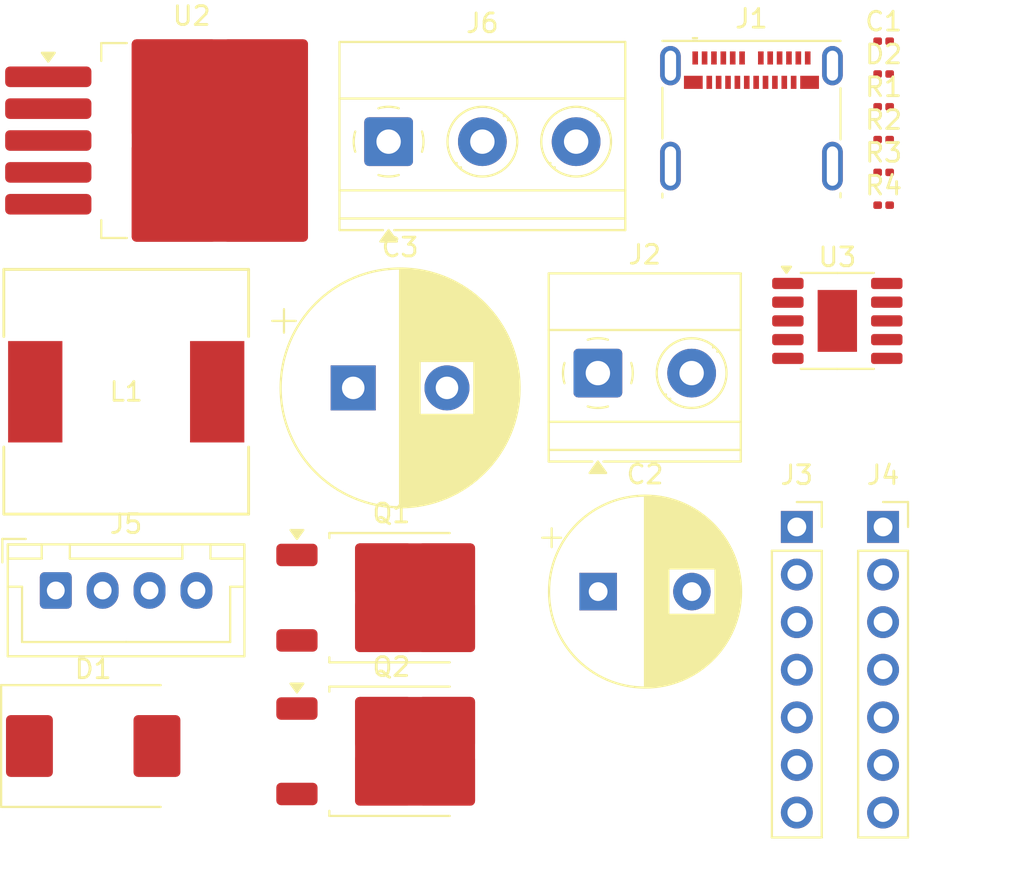
<source format=kicad_pcb>
(kicad_pcb (version 20241229) (generator "pcbnew") (generator_version "9.0")
  (layers (0 "F.Cu" signal) (2 "B.Cu" signal) (13 "F.Paste" user) (15 "B.Paste" user) (5 "F.SilkS" user "F.Silkscreen") (7 "B.SilkS" user "B.Silkscreen") (1 "F.Mask" user) (3 "B.Mask" user) (25 "Edge.Cuts" user))
  (net 0 "")
  (net 1 "GND")
  (net 2 "VDD")
  (net 3 "+5V")
  (net 4 "Net-(D1-K)")
  (net 5 "Net-(J1-CC1)")
  (net 6 "Net-(J1-VBUS-PadA4)")
  (net 7 "Net-(U3-DM)")
  (net 8 "Net-(U3-DP)")
  (net 9 "Net-(J1-CC2)")
  (net 11 "D1")
  (net 12 "Net-(J2-Pin_2)")
  (net 13 "Net-(J2-Pin_1)")
  (net 14 "Net-(D2-A)")
  (net 15 "Net-(J3-Pin_4)")
  (net 16 "Net-(J3-Pin_7)")
  (net 17 "Net-(J3-Pin_5)")
  (net 18 "Net-(J3-Pin_6)")
  (net 19 "Net-(J3-Pin_3)")
  (net 20 "Net-(J4-Pin_4)")
  (net 21 "Net-(J4-Pin_5)")
  (net 22 "Net-(J4-Pin_1)")
  (net 23 "SDA")
  (net 24 "SCL")
  (net 25 "D0")
  (footprint "Connector_PinSocket_2.54mm:PinSocket_1x07_P2.54mm_Vertical" (layer "F.Cu") (at 90 60.26)
    (property "Reference" "J4" (at 0 -2.77 0) (layer "F.SilkS"))
    (property "Value" "Conn_01x07_Socket")
    (pad "1" thru_hole rect (at 0 0) (size 1.7 1.7) (drill 1) (layers "*.Cu" "*.Mask") (net 22 "Net-(J4-Pin_1)"))
    (pad "2" thru_hole oval (at 0 2.54) (size 1.7 1.7) (drill 1) (layers "*.Cu" "*.Mask") (net 24 "SCL"))
    (pad "3" thru_hole oval (at 0 5.08) (size 1.7 1.7) (drill 1) (layers "*.Cu" "*.Mask") (net 23 "SDA"))
    (pad "4" thru_hole oval (at 0 7.62) (size 1.7 1.7) (drill 1) (layers "*.Cu" "*.Mask") (net 20 "Net-(J4-Pin_4)"))
    (pad "5" thru_hole oval (at 0 10.16) (size 1.7 1.7) (drill 1) (layers "*.Cu" "*.Mask") (net 21 "Net-(J4-Pin_5)"))
    (pad "6" thru_hole oval (at 0 12.7) (size 1.7 1.7) (drill 1) (layers "*.Cu" "*.Mask") (net 11 "D1"))
    (pad "7" thru_hole oval (at 0 15.24) (size 1.7 1.7) (drill 1) (layers "*.Cu" "*.Mask") (net 25 "D0"))
  )
  (footprint "Package_SO:SSOP-10-1EP_3.9x4.9mm_P1mm_EP2.1x3.3mm" (layer "F.Cu") (at 87.56 49.265)
    (property "Reference" "U3" (at 0 -3.4 0) (layer "F.SilkS"))
    (property "Value" "CH224K")
    (pad "1" smd roundrect (at -2.6375 -2) (size 1.675 0.6) (layers "F.Cu" "F.Mask" "F.Paste") (net 2 "VDD"))
    (pad "2" smd roundrect (at -2.6375 -1) (size 1.675 0.6) (layers "F.Cu" "F.Mask" "F.Paste") (net 1 "GND"))
    (pad "3" smd roundrect (at -2.6375 0) (size 1.675 0.6) (layers "F.Cu" "F.Mask" "F.Paste") (net 2 "VDD"))
    (pad "4" smd roundrect (at -2.6375 1) (size 1.675 0.6) (layers "F.Cu" "F.Mask" "F.Paste") (net 8 "Net-(U3-DP)"))
    (pad "5" smd roundrect (at -2.6375 2) (size 1.675 0.6) (layers "F.Cu" "F.Mask" "F.Paste") (net 7 "Net-(U3-DM)"))
    (pad "6" smd roundrect (at 2.6375 2) (size 1.675 0.6) (layers "F.Cu" "F.Mask" "F.Paste") (net 9 "Net-(J1-CC2)"))
    (pad "7" smd roundrect (at 2.6375 1) (size 1.675 0.6) (layers "F.Cu" "F.Mask" "F.Paste") (net 5 "Net-(J1-CC1)"))
    (pad "8" smd roundrect (at 2.6375 0) (size 1.675 0.6) (layers "F.Cu" "F.Mask" "F.Paste") (net 1 "GND"))
    (pad "9" smd roundrect (at 2.6375 -1) (size 1.675 0.6) (layers "F.Cu" "F.Mask" "F.Paste") (net 1 "GND"))
    (pad "10" smd roundrect (at 2.6375 -2) (size 1.675 0.6) (layers "F.Cu" "F.Mask" "F.Paste"))
    (pad "11" smd rect (at 0 0) (size 2.1 3.3) (property pad_prop_heatsink) (layers "F.Cu" "F.Mask") (net 1 "GND"))
  )
  (footprint "Diode_SMD:D_SMC" (layer "F.Cu") (at 47.875 71.95)
    (property "Reference" "D1" (at 0 -4.1 0) (layer "F.SilkS"))
    (property "Value" "D")
    (pad "1" smd roundrect (at -3.4 0 90) (size 3.3 2.5) (layers "F.Cu" "F.Mask" "F.Paste") (roundrect_rratio 0.1) (net 4 "Net-(D1-K)"))
    (pad "2" smd roundrect (at 3.4 0 90) (size 3.3 2.5) (layers "F.Cu" "F.Mask" "F.Paste") (roundrect_rratio 0.1) (net 1 "GND"))
  )
  (footprint "TerminalBlock_Phoenix:TerminalBlock_Phoenix_MKDS-1,5-3_1x03_P5.00mm_Horizontal" (layer "F.Cu") (at 63.63 39.7)
    (property "Reference" "J6" (at 5 -6.32 0) (layer "F.SilkS"))
    (property "Value" "Screw_Terminal_01x03")
    (pad "1" thru_hole roundrect (at 0 0) (size 2.6 2.6) (drill 1.3) (layers "*.Cu" "*.Mask") (roundrect_rratio 0.096154) (net 1 "GND"))
    (pad "2" thru_hole circle (at 5 0) (size 2.6 2.6) (drill 1.3) (layers "*.Cu" "*.Mask") (net 3 "+5V"))
    (pad "3" thru_hole circle (at 10 0) (size 2.6 2.6) (drill 1.3) (layers "*.Cu" "*.Mask") (net 25 "D0"))
  )
  (footprint "TerminalBlock_Phoenix:TerminalBlock_Phoenix_MKDS-1,5-2_1x02_P5.00mm_Horizontal" (layer "F.Cu") (at 74.79 52.05)
    (property "Reference" "J2" (at 2.5 -6.32 0) (layer "F.SilkS"))
    (property "Value" "Screw_Terminal_01x02")
    (pad "1" thru_hole roundrect (at 0 0) (size 2.6 2.6) (drill 1.3) (layers "*.Cu" "*.Mask") (roundrect_rratio 0.096154) (net 13 "Net-(J2-Pin_1)"))
    (pad "2" thru_hole circle (at 5 0) (size 2.6 2.6) (drill 1.3) (layers "*.Cu" "*.Mask") (net 12 "Net-(J2-Pin_2)"))
  )
  (footprint "Library:USB_C_Receptacle_Molex_105450-0101" (layer "F.Cu") (at 82.98 38.45)
    (property "Reference" "J1" (at 0 -5.315 0) (layer "F.SilkS"))
    (property "Value" "USB_C_Receptacle_USB2.0_14P")
    (pad "A1" smd rect (at -3 -3.215) (size 0.3 0.7) (layers "F.Cu" "F.Mask" "F.Paste") (net 1 "GND"))
    (pad "A2" smd rect (at -2.5 -3.215) (size 0.3 0.7) (layers "F.Cu" "F.Mask" "F.Paste"))
    (pad "A3" smd rect (at -2 -3.215) (size 0.3 0.7) (layers "F.Cu" "F.Mask" "F.Paste"))
    (pad "A4" smd rect (at -1.5 -3.215) (size 0.3 0.7) (layers "F.Cu" "F.Mask" "F.Paste") (net 6 "Net-(J1-VBUS-PadA4)"))
    (pad "A5" smd rect (at -1 -3.215) (size 0.3 0.7) (layers "F.Cu" "F.Mask" "F.Paste") (net 5 "Net-(J1-CC1)"))
    (pad "A6" smd rect (at -0.5 -3.215) (size 0.3 0.7) (layers "F.Cu" "F.Mask" "F.Paste") (net 8 "Net-(U3-DP)"))
    (pad "A7" smd rect (at 0.5 -3.215) (size 0.3 0.7) (layers "F.Cu" "F.Mask" "F.Paste") (net 7 "Net-(U3-DM)"))
    (pad "A8" smd rect (at 1 -3.215) (size 0.3 0.7) (layers "F.Cu" "F.Mask" "F.Paste"))
    (pad "A9" smd rect (at 1.5 -3.215) (size 0.3 0.7) (layers "F.Cu" "F.Mask" "F.Paste") (net 6 "Net-(J1-VBUS-PadA4)"))
    (pad "A10" smd rect (at 2 -3.215) (size 0.3 0.7) (layers "F.Cu" "F.Mask" "F.Paste"))
    (pad "A11" smd rect (at 2.5 -3.215) (size 0.3 0.7) (layers "F.Cu" "F.Mask" "F.Paste"))
    (pad "A12" smd rect (at 3 -3.215) (size 0.3 0.7) (layers "F.Cu" "F.Mask" "F.Paste") (net 1 "GND"))
    (pad "B1" smd rect (at 3.1 -1.915) (size 1 0.7) (layers "F.Cu" "F.Mask" "F.Paste") (net 1 "GND"))
    (pad "B2" smd rect (at 2.25 -1.915) (size 0.3 0.7) (layers "F.Cu" "F.Mask" "F.Paste"))
    (pad "B3" smd rect (at 1.75 -1.915) (size 0.3 0.7) (layers "F.Cu" "F.Mask" "F.Paste"))
    (pad "B4" smd rect (at 1.25 -1.915) (size 0.3 0.7) (layers "F.Cu" "F.Mask" "F.Paste") (net 6 "Net-(J1-VBUS-PadA4)"))
    (pad "B5" smd rect (at 0.75 -1.915) (size 0.3 0.7) (layers "F.Cu" "F.Mask" "F.Paste") (net 9 "Net-(J1-CC2)"))
    (pad "B6" smd rect (at 0.25 -1.915) (size 0.3 0.7) (layers "F.Cu" "F.Mask" "F.Paste") (net 8 "Net-(U3-DP)"))
    (pad "B7" smd rect (at -0.25 -1.915) (size 0.3 0.7) (layers "F.Cu" "F.Mask" "F.Paste") (net 7 "Net-(U3-DM)"))
    (pad "B8" smd rect (at -0.75 -1.915) (size 0.3 0.7) (layers "F.Cu" "F.Mask" "F.Paste"))
    (pad "B9" smd rect (at -1.25 -1.915) (size 0.3 0.7) (layers "F.Cu" "F.Mask" "F.Paste") (net 6 "Net-(J1-VBUS-PadA4)"))
    (pad "B10" smd rect (at -1.75 -1.915) (size 0.3 0.7) (layers "F.Cu" "F.Mask" "F.Paste"))
    (pad "B11" smd rect (at -2.25 -1.915) (size 0.3 0.7) (layers "F.Cu" "F.Mask" "F.Paste"))
    (pad "B12" smd rect (at -3.1 -1.915) (size 1 0.7) (layers "F.Cu" "F.Mask" "F.Paste") (net 1 "GND"))
    (pad "S1" thru_hole oval (at -4.32 -2.805) (size 1.1 2.1) (drill oval 0.6 1.6) (property pad_prop_heatsink) (layers "*.Cu" "*.Mask") (net 1 "GND"))
    (pad "S1" thru_hole oval (at -4.32 2.555) (size 1.1 2.6) (drill oval 0.6 2.1) (property pad_prop_heatsink) (layers "*.Cu" "*.Mask") (net 1 "GND"))
    (pad "S1" thru_hole oval (at 4.32 -2.805) (size 1.1 2.1) (drill oval 0.6 1.6) (property pad_prop_heatsink) (layers "*.Cu" "*.Mask") (net 1 "GND"))
    (pad "S1" thru_hole oval (at 4.32 2.555) (size 1.1 2.6) (drill oval 0.6 2.1) (property pad_prop_heatsink) (layers "*.Cu" "*.Mask") (net 1 "GND"))
  )
  (footprint "Capacitor_THT:CP_Radial_D10.0mm_P5.00mm" (layer "F.Cu") (at 74.804646 63.71)
    (property "Reference" "C2" (at 2.5 -6.25 0) (layer "F.SilkS"))
    (property "Value" "680uF")
    (pad "1" thru_hole rect (at 0 0) (size 2 2) (drill 1) (layers "*.Cu" "*.Mask") (net 2 "VDD"))
    (pad "2" thru_hole circle (at 5 0) (size 2 2) (drill 1) (layers "*.Cu" "*.Mask") (net 1 "GND"))
  )
  (footprint "Connector_PinSocket_2.54mm:PinSocket_1x07_P2.54mm_Vertical" (layer "F.Cu") (at 85.4 60.26)
    (property "Reference" "J3" (at 0 -2.77 0) (layer "F.SilkS"))
    (property "Value" "Conn_01x07_Socket")
    (pad "1" thru_hole rect (at 0 0) (size 1.7 1.7) (drill 1) (layers "*.Cu" "*.Mask") (net 3 "+5V"))
    (pad "2" thru_hole oval (at 0 2.54) (size 1.7 1.7) (drill 1) (layers "*.Cu" "*.Mask") (net 1 "GND"))
    (pad "3" thru_hole oval (at 0 5.08) (size 1.7 1.7) (drill 1) (layers "*.Cu" "*.Mask") (net 19 "Net-(J3-Pin_3)"))
    (pad "4" thru_hole oval (at 0 7.62) (size 1.7 1.7) (drill 1) (layers "*.Cu" "*.Mask") (net 15 "Net-(J3-Pin_4)"))
    (pad "5" thru_hole oval (at 0 10.16) (size 1.7 1.7) (drill 1) (layers "*.Cu" "*.Mask") (net 17 "Net-(J3-Pin_5)"))
    (pad "6" thru_hole oval (at 0 12.7) (size 1.7 1.7) (drill 1) (layers "*.Cu" "*.Mask") (net 18 "Net-(J3-Pin_6)"))
    (pad "7" thru_hole oval (at 0 15.24) (size 1.7 1.7) (drill 1) (layers "*.Cu" "*.Mask") (net 16 "Net-(J3-Pin_7)"))
  )
  (footprint "Capacitor_SMD:C_0201_0603Metric" (layer "F.Cu") (at 90.03 34.34)
    (property "Reference" "C1" (at 0 -1.05 0) (layer "F.SilkS"))
    (property "Value" "1uF")
    (pad "1" smd roundrect (at -0.32 0) (size 0.46 0.4) (layers "F.Cu" "F.Mask") (net 2 "VDD"))
    (pad "2" smd roundrect (at 0.32 0) (size 0.46 0.4) (layers "F.Cu" "F.Mask") (net 1 "GND"))
  )
  (footprint "Package_TO_SOT_SMD:TO-263-5_TabPin3" (layer "F.Cu") (at 53.13 39.64)
    (property "Reference" "U2" (at 0 -6.65 0) (layer "F.SilkS"))
    (property "Value" "LM2596S-5")
    (pad "1" smd roundrect (at -7.65 -3.4) (size 4.6 1.1) (layers "F.Cu" "F.Mask" "F.Paste") (roundrect_rratio 0.227273) (net 2 "VDD"))
    (pad "2" smd roundrect (at -7.65 -1.7) (size 4.6 1.1) (layers "F.Cu" "F.Mask" "F.Paste") (roundrect_rratio 0.227273) (net 4 "Net-(D1-K)"))
    (pad "3" smd roundrect (at -7.65 0) (size 4.6 1.1) (layers "F.Cu" "F.Mask" "F.Paste") (roundrect_rratio 0.227273) (net 1 "GND"))
    (pad "3" smd roundrect (at -0.925 -2.775) (size 4.55 5.25) (layers "F.Cu" "F.Paste") (roundrect_rratio 0.054945) (net 1 "GND"))
    (pad "3" smd roundrect (at -0.925 2.775) (size 4.55 5.25) (layers "F.Cu" "F.Paste") (roundrect_rratio 0.054945) (net 1 "GND"))
    (pad "3" smd roundrect (at 1.5 0) (size 9.4 10.8) (layers "F.Cu" "F.Mask") (roundrect_rratio 0.026596) (net 1 "GND"))
    (pad "3" smd roundrect (at 3.925 -2.775) (size 4.55 5.25) (layers "F.Cu" "F.Paste") (roundrect_rratio 0.054945) (net 1 "GND"))
    (pad "3" smd roundrect (at 3.925 2.775) (size 4.55 5.25) (layers "F.Cu" "F.Paste") (roundrect_rratio 0.054945) (net 1 "GND"))
    (pad "4" smd roundrect (at -7.65 1.7) (size 4.6 1.1) (layers "F.Cu" "F.Mask" "F.Paste") (roundrect_rratio 0.227273) (net 3 "+5V"))
    (pad "5" smd roundrect (at -7.65 3.4) (size 4.6 1.1) (layers "F.Cu" "F.Mask" "F.Paste") (roundrect_rratio 0.227273) (net 1 "GND"))
  )
  (footprint "Connector_JST:JST_XH_B4B-XH-A_1x04_P2.50mm_Vertical" (layer "F.Cu") (at 45.88 63.65)
    (property "Reference" "J5" (at 3.75 -3.55 0) (layer "F.SilkS"))
    (property "Value" "Conn_01x04_Pin")
    (pad "1" thru_hole roundrect (at 0 0) (size 1.7 1.95) (drill 0.95) (layers "*.Cu" "*.Mask") (roundrect_rratio 0.147059) (net 3 "+5V"))
    (pad "2" thru_hole oval (at 2.5 0) (size 1.7 1.95) (drill 0.95) (layers "*.Cu" "*.Mask") (net 1 "GND"))
    (pad "3" thru_hole oval (at 5 0) (size 1.7 1.95) (drill 0.95) (layers "*.Cu" "*.Mask") (net 23 "SDA"))
    (pad "4" thru_hole oval (at 7.5 0) (size 1.7 1.95) (drill 0.95) (layers "*.Cu" "*.Mask") (net 24 "SCL"))
  )
  (footprint "Package_TO_SOT_SMD:TO-252-2" (layer "F.Cu") (at 63.78 64.035)
    (property "Reference" "Q1" (at 0 -4.5 0) (layer "F.SilkS"))
    (property "Value" "AOD4184A")
    (pad "1" smd roundrect (at -5.04 -2.28) (size 2.2 1.2) (layers "F.Cu" "F.Mask" "F.Paste") (roundrect_rratio 0.208333) (net 11 "D1"))
    (pad "2" smd roundrect (at -0.415 -1.525) (size 3.05 2.75) (layers "F.Cu" "F.Paste") (roundrect_rratio 0.090909) (net 1 "GND"))
    (pad "2" smd roundrect (at -0.415 1.525) (size 3.05 2.75) (layers "F.Cu" "F.Paste") (roundrect_rratio 0.090909) (net 1 "GND"))
    (pad "2" smd roundrect (at 1.26 0) (size 6.4 5.8) (layers "F.Cu" "F.Mask") (roundrect_rratio 0.043103) (net 1 "GND"))
    (pad "2" smd roundrect (at 2.935 -1.525) (size 3.05 2.75) (layers "F.Cu" "F.Paste") (roundrect_rratio 0.090909) (net 1 "GND"))
    (pad "2" smd roundrect (at 2.935 1.525) (size 3.05 2.75) (layers "F.Cu" "F.Paste") (roundrect_rratio 0.090909) (net 1 "GND"))
    (pad "3" smd roundrect (at -5.04 2.28) (size 2.2 1.2) (layers "F.Cu" "F.Mask" "F.Paste") (roundrect_rratio 0.208333) (net 12 "Net-(J2-Pin_2)"))
  )
  (footprint "Library:IND_BOURNS_SRR1280" (layer "F.Cu") (at 49.636 53.046)
    (property "Reference" "L1" (at 0 0 0) (layer "F.SilkS"))
    (property "Value" "33uH")
    (pad "1" smd rect (at -4.8514 0) (size 2.8956 5.4102) (layers "F.Cu" "F.Mask" "F.Paste") (net 4 "Net-(D1-K)"))
    (pad "2" smd rect (at 4.8514 0) (size 2.8956 5.4102) (layers "F.Cu" "F.Mask" "F.Paste") (net 3 "+5V"))
  )
  (footprint "Capacitor_THT:CP_Radial_D12.5mm_P5.00mm" (layer "F.Cu") (at 61.742082 52.84)
    (property "Reference" "C3" (at 2.5 -7.5 0) (layer "F.SilkS"))
    (property "Value" "220uF")
    (pad "1" thru_hole rect (at 0 0) (size 2.4 2.4) (drill 1.2) (layers "*.Cu" "*.Mask") (net 3 "+5V"))
    (pad "2" thru_hole circle (at 5 0) (size 2.4 2.4) (drill 1.2) (layers "*.Cu" "*.Mask") (net 1 "GND"))
  )
  (footprint "Resistor_SMD:R_0201_0603Metric" (layer "F.Cu") (at 90.03 36.09)
    (property "Reference" "D2" (at 0 -1.05 0) (layer "F.SilkS"))
    (property "Value" "Red LED")
    (pad "1" smd roundrect (at -0.32 0) (size 0.46 0.4) (layers "F.Cu" "F.Mask") (net 1 "GND"))
    (pad "2" smd roundrect (at 0.32 0) (size 0.46 0.4) (layers "F.Cu" "F.Mask") (net 14 "Net-(D2-A)"))
  )
  (footprint "Resistor_SMD:R_0201_0603Metric" (layer "F.Cu") (at 90.03 39.59)
    (property "Reference" "R2" (at 0 -1.05 0) (layer "F.SilkS"))
    (property "Value" "10K")
    (pad "1" smd roundrect (at -0.32 0) (size 0.46 0.4) (layers "F.Cu" "F.Mask") (net 11 "D1"))
    (pad "2" smd roundrect (at 0.32 0) (size 0.46 0.4) (layers "F.Cu" "F.Mask") (net 1 "GND"))
  )
  (footprint "Resistor_SMD:R_0201_0603Metric" (layer "F.Cu") (at 90.03 41.34)
    (property "Reference" "R3" (at 0 -1.05 0) (layer "F.SilkS"))
    (property "Value" "200R")
    (pad "1" smd roundrect (at -0.32 0) (size 0.46 0.4) (layers "F.Cu" "F.Mask") (net 11 "D1"))
    (pad "2" smd roundrect (at 0.32 0) (size 0.46 0.4) (layers "F.Cu" "F.Mask") (net 14 "Net-(D2-A)"))
  )
  (footprint "Resistor_SMD:R_0201_0603Metric" (layer "F.Cu") (at 90.03 43.09)
    (property "Reference" "R4" (at 0 -1.05 0) (layer "F.SilkS"))
    (property "Value" "10K")
    (pad "1" smd roundrect (at -0.32 0) (size 0.46 0.4) (layers "F.Cu" "F.Mask") (net 3 "+5V"))
    (pad "2" smd roundrect (at 0.32 0) (size 0.46 0.4) (layers "F.Cu" "F.Mask") (net 25 "D0"))
  )
  (footprint "Package_TO_SOT_SMD:TO-252-2" (layer "F.Cu") (at 63.78 72.23)
    (property "Reference" "Q2" (at 0 -4.5 0) (layer "F.SilkS"))
    (property "Value" "AOD4184A")
    (pad "1" smd roundrect (at -5.04 -2.28) (size 2.2 1.2) (layers "F.Cu" "F.Mask" "F.Paste") (roundrect_rratio 0.208333) (net 11 "D1"))
    (pad "2" smd roundrect (at -0.415 -1.525) (size 3.05 2.75) (layers "F.Cu" "F.Paste") (roundrect_rratio 0.090909) (net 13 "Net-(J2-Pin_1)"))
    (pad "2" smd roundrect (at -0.415 1.525) (size 3.05 2.75) (layers "F.Cu" "F.Paste") (roundrect_rratio 0.090909) (net 13 "Net-(J2-Pin_1)"))
    (pad "2" smd roundrect (at 1.26 0) (size 6.4 5.8) (layers "F.Cu" "F.Mask") (roundrect_rratio 0.043103) (net 13 "Net-(J2-Pin_1)"))
    (pad "2" smd roundrect (at 2.935 -1.525) (size 3.05 2.75) (layers "F.Cu" "F.Paste") (roundrect_rratio 0.090909) (net 13 "Net-(J2-Pin_1)"))
    (pad "2" smd roundrect (at 2.935 1.525) (size 3.05 2.75) (layers "F.Cu" "F.Paste") (roundrect_rratio 0.090909) (net 13 "Net-(J2-Pin_1)"))
    (pad "3" smd roundrect (at -5.04 2.28) (size 2.2 1.2) (layers "F.Cu" "F.Mask" "F.Paste") (roundrect_rratio 0.208333) (net 2 "VDD"))
  )
  (footprint "Resistor_SMD:R_0201_0603Metric" (layer "F.Cu") (at 90.03 37.84)
    (property "Reference" "R1" (at 0 -1.05 0) (layer "F.SilkS"))
    (property "Value" "1K")
    (pad "1" smd roundrect (at -0.32 0) (size 0.46 0.4) (layers "F.Cu" "F.Mask") (net 6 "Net-(J1-VBUS-PadA4)"))
    (pad "2" smd roundrect (at 0.32 0) (size 0.46 0.4) (layers "F.Cu" "F.Mask") (net 2 "VDD"))
  )
)
</source>
